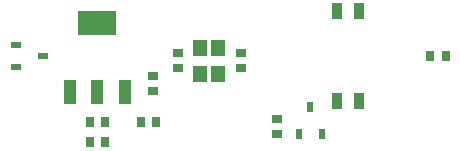
<source format=gbp>
G04*
G04 #@! TF.GenerationSoftware,Altium Limited,Altium Designer,18.1.11 (251)*
G04*
G04 Layer_Color=128*
%FSLAX25Y25*%
%MOIN*%
G70*
G01*
G75*
%ADD16R,0.03740X0.02756*%
%ADD17R,0.02756X0.03740*%
%ADD49R,0.03740X0.05512*%
%ADD50R,0.02362X0.03543*%
%ADD51R,0.03543X0.02362*%
%ADD52R,0.04724X0.05512*%
%ADD53R,0.12795X0.08465*%
%ADD54R,0.03937X0.08465*%
D16*
X397500Y272559D02*
D03*
Y267441D02*
D03*
X356000Y287059D02*
D03*
Y281941D02*
D03*
X385221Y294559D02*
D03*
Y289441D02*
D03*
X364220Y294559D02*
D03*
Y289441D02*
D03*
D17*
X351882Y271500D02*
D03*
X357000D02*
D03*
X448441Y293500D02*
D03*
X453559D02*
D03*
X334941Y271500D02*
D03*
X340059D02*
D03*
X334941Y265000D02*
D03*
X340059D02*
D03*
D49*
X424784Y308500D02*
D03*
X417500D02*
D03*
X424784Y278441D02*
D03*
X417500D02*
D03*
D50*
X408500Y276528D02*
D03*
X404760Y267472D02*
D03*
X412240D02*
D03*
D51*
X319528Y293500D02*
D03*
X310472Y297240D02*
D03*
Y289760D02*
D03*
D52*
X377870Y287669D02*
D03*
X371571D02*
D03*
X377870Y296331D02*
D03*
X371571D02*
D03*
D53*
X337500Y304516D02*
D03*
D54*
X328445Y281484D02*
D03*
X337500D02*
D03*
X346555D02*
D03*
M02*

</source>
